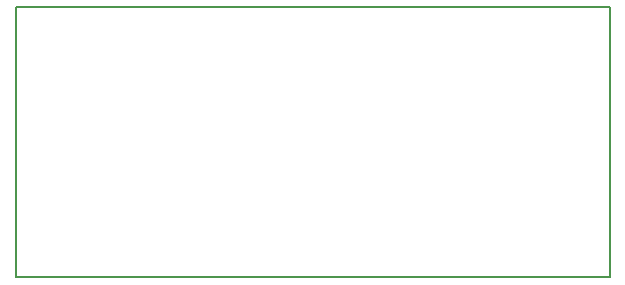
<source format=gbr>
G04 #@! TF.GenerationSoftware,KiCad,Pcbnew,(5.0.0)*
G04 #@! TF.CreationDate,2019-07-27T13:15:58+05:30*
G04 #@! TF.ProjectId,SerialShiftLCD,53657269616C53686966744C43442E6B,rev?*
G04 #@! TF.SameCoordinates,Original*
G04 #@! TF.FileFunction,Profile,NP*
%FSLAX46Y46*%
G04 Gerber Fmt 4.6, Leading zero omitted, Abs format (unit mm)*
G04 Created by KiCad (PCBNEW (5.0.0)) date 07/27/19 13:15:58*
%MOMM*%
%LPD*%
G01*
G04 APERTURE LIST*
%ADD10C,0.150000*%
G04 APERTURE END LIST*
D10*
X100584000Y-45974000D02*
X150876000Y-45974000D01*
X100584000Y-68834000D02*
X100584000Y-45974000D01*
X150876000Y-68834000D02*
X100584000Y-68834000D01*
X150876000Y-45974000D02*
X150876000Y-68834000D01*
M02*

</source>
